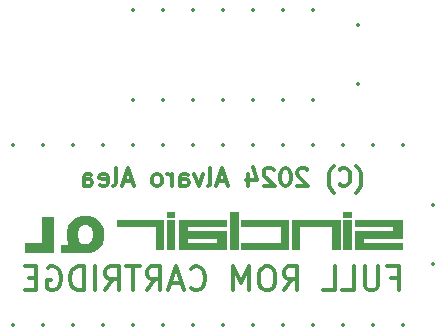
<source format=gbo>
%TF.GenerationSoftware,KiCad,Pcbnew,8.0.6+1*%
%TF.CreationDate,2024-12-12T19:08:46+01:00*%
%TF.ProjectId,full_rom,66756c6c-5f72-46f6-9d2e-6b696361645f,0*%
%TF.SameCoordinates,Original*%
%TF.FileFunction,Legend,Bot*%
%TF.FilePolarity,Positive*%
%FSLAX46Y46*%
G04 Gerber Fmt 4.6, Leading zero omitted, Abs format (unit mm)*
G04 Created by KiCad (PCBNEW 8.0.6+1) date 2024-12-12 19:08:46*
%MOMM*%
%LPD*%
G01*
G04 APERTURE LIST*
%ADD10C,0.100000*%
%ADD11C,0.300000*%
%ADD12C,0.350000*%
%ADD13C,0.350000*%
G04 APERTURE END LIST*
D10*
X16234611Y23108287D02*
X15612320Y23108287D01*
X15612320Y23549510D01*
X16234611Y23549510D01*
X16234611Y23108287D01*
G36*
X16234611Y23108287D02*
G01*
X15612320Y23108287D01*
X15612320Y23549510D01*
X16234611Y23549510D01*
X16234611Y23108287D01*
G37*
X31166262Y20364970D02*
X30542936Y20364970D01*
X30542936Y22836589D01*
X31166262Y22836589D01*
X31166262Y20364970D01*
G36*
X31166262Y20364970D02*
G01*
X30542936Y20364970D01*
X30542936Y22836589D01*
X31166262Y22836589D01*
X31166262Y20364970D01*
G37*
G36*
X6629400Y20777200D02*
G01*
X8737600Y20777200D01*
X8737600Y20066000D01*
X6629400Y20066000D01*
X6629400Y20777200D01*
G37*
X21589824Y20364970D02*
X20950004Y20364970D01*
X20950004Y23549541D01*
X21589824Y23549541D01*
X21589824Y20364970D01*
G36*
X21589824Y20364970D02*
G01*
X20950004Y20364970D01*
X20950004Y23549541D01*
X21589824Y23549541D01*
X21589824Y20364970D01*
G37*
X30275613Y20364970D02*
X29556911Y20364970D01*
X29556911Y22352000D01*
X26822333Y22352000D01*
X26822333Y20364970D01*
X26191276Y20364970D01*
X26191276Y22836589D01*
X30275613Y22836589D01*
X30275613Y20364970D01*
G36*
X30275613Y20364970D02*
G01*
X29556911Y20364970D01*
X29556911Y22352000D01*
X26822333Y22352000D01*
X26822333Y20364970D01*
X26191276Y20364970D01*
X26191276Y22836589D01*
X30275613Y22836589D01*
X30275613Y20364970D01*
G37*
X31166262Y23108287D02*
X30542936Y23108287D01*
X30542936Y23549510D01*
X31166262Y23549510D01*
X31166262Y23108287D01*
G36*
X31166262Y23108287D02*
G01*
X30542936Y23108287D01*
X30542936Y23549510D01*
X31166262Y23549510D01*
X31166262Y23108287D01*
G37*
X25844898Y20364970D02*
X21844019Y20365001D01*
X21843999Y20896617D01*
X25218398Y20896617D01*
X25218398Y22352000D01*
X21844000Y22352000D01*
X21844000Y22836589D01*
X25844898Y22836589D01*
X25844898Y20364970D01*
G36*
X25844898Y20364970D02*
G01*
X21844019Y20365001D01*
X21843999Y20896617D01*
X25218398Y20896617D01*
X25218398Y22352000D01*
X21844000Y22352000D01*
X21844000Y22836589D01*
X25844898Y22836589D01*
X25844898Y20364970D01*
G37*
X35474066Y21364146D02*
X34441457Y21344646D01*
X32221371Y21364146D01*
X32221371Y20896617D01*
X35474066Y20896617D01*
X35474066Y20365001D01*
X31486660Y20365001D01*
X31486660Y21890056D01*
X34763980Y21890056D01*
X34763980Y22352031D01*
X31486660Y22352031D01*
X31486660Y22836619D01*
X35474066Y22836619D01*
X35474066Y21364146D01*
G36*
X35474066Y21364146D02*
G01*
X34441457Y21344646D01*
X32221371Y21364146D01*
X32221371Y20896617D01*
X35474066Y20896617D01*
X35474066Y20365001D01*
X31486660Y20365001D01*
X31486660Y21890056D01*
X34763980Y21890056D01*
X34763980Y22352031D01*
X31486660Y22352031D01*
X31486660Y22836619D01*
X35474066Y22836619D01*
X35474066Y21364146D01*
G37*
X20590652Y22352000D02*
X17277607Y22352000D01*
X17277607Y21890025D01*
X20590652Y21890025D01*
X20596052Y21238750D01*
X20590652Y20364970D01*
X17277607Y20364970D01*
X16594482Y20364970D01*
X16594482Y20896617D01*
X17277607Y20896617D01*
X19836891Y20896617D01*
X19836891Y21364116D01*
X17277607Y21364116D01*
X17277607Y20896617D01*
X16594482Y20896617D01*
X16594482Y22836589D01*
X20590652Y22836589D01*
X20590652Y22352000D01*
G36*
X20590652Y22352000D02*
G01*
X17277607Y22352000D01*
X17277607Y21890025D01*
X20590652Y21890025D01*
X20596052Y21238750D01*
X20590652Y20364970D01*
X17277607Y20364970D01*
X16594482Y20364970D01*
X16594482Y20896617D01*
X17277607Y20896617D01*
X19836891Y20896617D01*
X19836891Y21364116D01*
X17277607Y21364116D01*
X17277607Y20896617D01*
X16594482Y20896617D01*
X16594482Y22836589D01*
X20590652Y22836589D01*
X20590652Y22352000D01*
G37*
X16234611Y20364970D02*
X15612320Y20364970D01*
X15612320Y22836589D01*
X16234611Y22836589D01*
X16234611Y20364970D01*
G36*
X16234611Y20364970D02*
G01*
X15612320Y20364970D01*
X15612320Y22836589D01*
X16234611Y22836589D01*
X16234611Y20364970D01*
G37*
X15305553Y20364970D02*
X14674497Y20364970D01*
X14674497Y22352000D01*
X11380750Y22352000D01*
X11380750Y22836589D01*
X15305555Y22836589D01*
X15305553Y20364970D01*
G36*
X15305553Y20364970D02*
G01*
X14674497Y20364970D01*
X14674497Y22352000D01*
X11380750Y22352000D01*
X11380750Y22836589D01*
X15305555Y22836589D01*
X15305553Y20364970D01*
G37*
D11*
X31641426Y25166243D02*
X31712855Y25237672D01*
X31712855Y25237672D02*
X31855712Y25451958D01*
X31855712Y25451958D02*
X31927141Y25594815D01*
X31927141Y25594815D02*
X31998569Y25809100D01*
X31998569Y25809100D02*
X32069998Y26166243D01*
X32069998Y26166243D02*
X32069998Y26451958D01*
X32069998Y26451958D02*
X31998569Y26809100D01*
X31998569Y26809100D02*
X31927141Y27023386D01*
X31927141Y27023386D02*
X31855712Y27166243D01*
X31855712Y27166243D02*
X31712855Y27380529D01*
X31712855Y27380529D02*
X31641426Y27451958D01*
X30212855Y25880529D02*
X30284283Y25809100D01*
X30284283Y25809100D02*
X30498569Y25737672D01*
X30498569Y25737672D02*
X30641426Y25737672D01*
X30641426Y25737672D02*
X30855712Y25809100D01*
X30855712Y25809100D02*
X30998569Y25951958D01*
X30998569Y25951958D02*
X31069998Y26094815D01*
X31069998Y26094815D02*
X31141426Y26380529D01*
X31141426Y26380529D02*
X31141426Y26594815D01*
X31141426Y26594815D02*
X31069998Y26880529D01*
X31069998Y26880529D02*
X30998569Y27023386D01*
X30998569Y27023386D02*
X30855712Y27166243D01*
X30855712Y27166243D02*
X30641426Y27237672D01*
X30641426Y27237672D02*
X30498569Y27237672D01*
X30498569Y27237672D02*
X30284283Y27166243D01*
X30284283Y27166243D02*
X30212855Y27094815D01*
X29712855Y25166243D02*
X29641426Y25237672D01*
X29641426Y25237672D02*
X29498569Y25451958D01*
X29498569Y25451958D02*
X29427141Y25594815D01*
X29427141Y25594815D02*
X29355712Y25809100D01*
X29355712Y25809100D02*
X29284283Y26166243D01*
X29284283Y26166243D02*
X29284283Y26451958D01*
X29284283Y26451958D02*
X29355712Y26809100D01*
X29355712Y26809100D02*
X29427141Y27023386D01*
X29427141Y27023386D02*
X29498569Y27166243D01*
X29498569Y27166243D02*
X29641426Y27380529D01*
X29641426Y27380529D02*
X29712855Y27451958D01*
X27498569Y27094815D02*
X27427141Y27166243D01*
X27427141Y27166243D02*
X27284284Y27237672D01*
X27284284Y27237672D02*
X26927141Y27237672D01*
X26927141Y27237672D02*
X26784284Y27166243D01*
X26784284Y27166243D02*
X26712855Y27094815D01*
X26712855Y27094815D02*
X26641426Y26951958D01*
X26641426Y26951958D02*
X26641426Y26809100D01*
X26641426Y26809100D02*
X26712855Y26594815D01*
X26712855Y26594815D02*
X27569998Y25737672D01*
X27569998Y25737672D02*
X26641426Y25737672D01*
X25712855Y27237672D02*
X25569998Y27237672D01*
X25569998Y27237672D02*
X25427141Y27166243D01*
X25427141Y27166243D02*
X25355713Y27094815D01*
X25355713Y27094815D02*
X25284284Y26951958D01*
X25284284Y26951958D02*
X25212855Y26666243D01*
X25212855Y26666243D02*
X25212855Y26309100D01*
X25212855Y26309100D02*
X25284284Y26023386D01*
X25284284Y26023386D02*
X25355713Y25880529D01*
X25355713Y25880529D02*
X25427141Y25809100D01*
X25427141Y25809100D02*
X25569998Y25737672D01*
X25569998Y25737672D02*
X25712855Y25737672D01*
X25712855Y25737672D02*
X25855713Y25809100D01*
X25855713Y25809100D02*
X25927141Y25880529D01*
X25927141Y25880529D02*
X25998570Y26023386D01*
X25998570Y26023386D02*
X26069998Y26309100D01*
X26069998Y26309100D02*
X26069998Y26666243D01*
X26069998Y26666243D02*
X25998570Y26951958D01*
X25998570Y26951958D02*
X25927141Y27094815D01*
X25927141Y27094815D02*
X25855713Y27166243D01*
X25855713Y27166243D02*
X25712855Y27237672D01*
X24641427Y27094815D02*
X24569999Y27166243D01*
X24569999Y27166243D02*
X24427142Y27237672D01*
X24427142Y27237672D02*
X24069999Y27237672D01*
X24069999Y27237672D02*
X23927142Y27166243D01*
X23927142Y27166243D02*
X23855713Y27094815D01*
X23855713Y27094815D02*
X23784284Y26951958D01*
X23784284Y26951958D02*
X23784284Y26809100D01*
X23784284Y26809100D02*
X23855713Y26594815D01*
X23855713Y26594815D02*
X24712856Y25737672D01*
X24712856Y25737672D02*
X23784284Y25737672D01*
X22498571Y26737672D02*
X22498571Y25737672D01*
X22855713Y27309100D02*
X23212856Y26237672D01*
X23212856Y26237672D02*
X22284285Y26237672D01*
X20641428Y26166243D02*
X19927143Y26166243D01*
X20784285Y25737672D02*
X20284285Y27237672D01*
X20284285Y27237672D02*
X19784285Y25737672D01*
X19070000Y25737672D02*
X19212857Y25809100D01*
X19212857Y25809100D02*
X19284286Y25951958D01*
X19284286Y25951958D02*
X19284286Y27237672D01*
X18641429Y26737672D02*
X18284286Y25737672D01*
X18284286Y25737672D02*
X17927143Y26737672D01*
X16712858Y25737672D02*
X16712858Y26523386D01*
X16712858Y26523386D02*
X16784286Y26666243D01*
X16784286Y26666243D02*
X16927143Y26737672D01*
X16927143Y26737672D02*
X17212858Y26737672D01*
X17212858Y26737672D02*
X17355715Y26666243D01*
X16712858Y25809100D02*
X16855715Y25737672D01*
X16855715Y25737672D02*
X17212858Y25737672D01*
X17212858Y25737672D02*
X17355715Y25809100D01*
X17355715Y25809100D02*
X17427143Y25951958D01*
X17427143Y25951958D02*
X17427143Y26094815D01*
X17427143Y26094815D02*
X17355715Y26237672D01*
X17355715Y26237672D02*
X17212858Y26309100D01*
X17212858Y26309100D02*
X16855715Y26309100D01*
X16855715Y26309100D02*
X16712858Y26380529D01*
X15998572Y25737672D02*
X15998572Y26737672D01*
X15998572Y26451958D02*
X15927143Y26594815D01*
X15927143Y26594815D02*
X15855715Y26666243D01*
X15855715Y26666243D02*
X15712857Y26737672D01*
X15712857Y26737672D02*
X15570000Y26737672D01*
X14855715Y25737672D02*
X14998572Y25809100D01*
X14998572Y25809100D02*
X15070001Y25880529D01*
X15070001Y25880529D02*
X15141429Y26023386D01*
X15141429Y26023386D02*
X15141429Y26451958D01*
X15141429Y26451958D02*
X15070001Y26594815D01*
X15070001Y26594815D02*
X14998572Y26666243D01*
X14998572Y26666243D02*
X14855715Y26737672D01*
X14855715Y26737672D02*
X14641429Y26737672D01*
X14641429Y26737672D02*
X14498572Y26666243D01*
X14498572Y26666243D02*
X14427144Y26594815D01*
X14427144Y26594815D02*
X14355715Y26451958D01*
X14355715Y26451958D02*
X14355715Y26023386D01*
X14355715Y26023386D02*
X14427144Y25880529D01*
X14427144Y25880529D02*
X14498572Y25809100D01*
X14498572Y25809100D02*
X14641429Y25737672D01*
X14641429Y25737672D02*
X14855715Y25737672D01*
X12641429Y26166243D02*
X11927144Y26166243D01*
X12784286Y25737672D02*
X12284286Y27237672D01*
X12284286Y27237672D02*
X11784286Y25737672D01*
X11070001Y25737672D02*
X11212858Y25809100D01*
X11212858Y25809100D02*
X11284287Y25951958D01*
X11284287Y25951958D02*
X11284287Y27237672D01*
X9927144Y25809100D02*
X10070001Y25737672D01*
X10070001Y25737672D02*
X10355716Y25737672D01*
X10355716Y25737672D02*
X10498573Y25809100D01*
X10498573Y25809100D02*
X10570001Y25951958D01*
X10570001Y25951958D02*
X10570001Y26523386D01*
X10570001Y26523386D02*
X10498573Y26666243D01*
X10498573Y26666243D02*
X10355716Y26737672D01*
X10355716Y26737672D02*
X10070001Y26737672D01*
X10070001Y26737672D02*
X9927144Y26666243D01*
X9927144Y26666243D02*
X9855716Y26523386D01*
X9855716Y26523386D02*
X9855716Y26380529D01*
X9855716Y26380529D02*
X10570001Y26237672D01*
X8570002Y25737672D02*
X8570002Y26523386D01*
X8570002Y26523386D02*
X8641430Y26666243D01*
X8641430Y26666243D02*
X8784287Y26737672D01*
X8784287Y26737672D02*
X9070002Y26737672D01*
X9070002Y26737672D02*
X9212859Y26666243D01*
X8570002Y25809100D02*
X8712859Y25737672D01*
X8712859Y25737672D02*
X9070002Y25737672D01*
X9070002Y25737672D02*
X9212859Y25809100D01*
X9212859Y25809100D02*
X9284287Y25951958D01*
X9284287Y25951958D02*
X9284287Y26094815D01*
X9284287Y26094815D02*
X9212859Y26237672D01*
X9212859Y26237672D02*
X9070002Y26309100D01*
X9070002Y26309100D02*
X8712859Y26309100D01*
X8712859Y26309100D02*
X8570002Y26380529D01*
D12*
G36*
X8891690Y23179554D02*
G01*
X9062702Y23160080D01*
X9223524Y23127622D01*
X9374157Y23082182D01*
X9514601Y23023758D01*
X9644855Y22952351D01*
X9764919Y22867962D01*
X9874794Y22770589D01*
X9949695Y22689818D01*
X10058159Y22542435D01*
X10130196Y22413040D01*
X10189134Y22273432D01*
X10234976Y22123612D01*
X10267720Y21963580D01*
X10287366Y21793335D01*
X10293915Y21612878D01*
X10290617Y21482818D01*
X10277222Y21327972D01*
X10253523Y21181713D01*
X10211483Y21017536D01*
X10154605Y20865724D01*
X10082889Y20726276D01*
X10013566Y20620102D01*
X9922066Y20504972D01*
X9803857Y20387584D01*
X9673305Y20288428D01*
X9530411Y20207504D01*
X9442484Y20169208D01*
X9300289Y20121337D01*
X9145729Y20084955D01*
X8978804Y20060063D01*
X8830255Y20048095D01*
X8673119Y20044106D01*
X8579235Y20045774D01*
X8429258Y20055967D01*
X8260006Y20080430D01*
X8102449Y20118237D01*
X7956588Y20169388D01*
X7822421Y20233883D01*
X7739222Y20283868D01*
X7605801Y20382694D01*
X7487876Y20495965D01*
X7385450Y20623681D01*
X7298520Y20765843D01*
X7255930Y20854160D01*
X7202693Y20997712D01*
X7162233Y21154556D01*
X7134549Y21324692D01*
X7121240Y21476626D01*
X7116804Y21637790D01*
X7117081Y21653178D01*
X8097194Y21653178D01*
X8097816Y21593271D01*
X8107132Y21427772D01*
X8132131Y21261647D01*
X8179335Y21107339D01*
X8256197Y20979067D01*
X8287031Y20946069D01*
X8406558Y20859515D01*
X8551844Y20809026D01*
X8704626Y20794420D01*
X8739339Y20795158D01*
X8899166Y20821004D01*
X9036094Y20883773D01*
X9150125Y20983464D01*
X9169912Y21008076D01*
X9243154Y21143129D01*
X9286557Y21296556D01*
X9307779Y21456575D01*
X9313524Y21612878D01*
X9312880Y21667475D01*
X9303220Y21819278D01*
X9277299Y21973657D01*
X9228355Y22120123D01*
X9148660Y22246688D01*
X9127637Y22269580D01*
X9010071Y22361887D01*
X8871754Y22417271D01*
X8712686Y22435732D01*
X8677613Y22435005D01*
X8516155Y22409560D01*
X8377881Y22347764D01*
X8262791Y22249619D01*
X8252603Y22237768D01*
X8175465Y22111402D01*
X8128891Y21969299D01*
X8105119Y21821967D01*
X8097194Y21653178D01*
X7117081Y21653178D01*
X7118427Y21728025D01*
X7131410Y21900903D01*
X7157376Y22063660D01*
X7196325Y22216297D01*
X7248257Y22358813D01*
X7313172Y22491207D01*
X7412573Y22642469D01*
X7532261Y22777916D01*
X7613087Y22850853D01*
X7761422Y22956473D01*
X7892351Y23026620D01*
X8034180Y23084013D01*
X8186908Y23128653D01*
X8350535Y23160538D01*
X8525062Y23179669D01*
X8710488Y23186046D01*
X8891690Y23179554D01*
G37*
G36*
X6017899Y23139151D02*
G01*
X5037508Y23139151D01*
X5037508Y20888209D01*
X3580844Y20888209D01*
X3580844Y20091000D01*
X6017899Y20091000D01*
X6017899Y23139151D01*
G37*
X34551638Y17971381D02*
X35218305Y17971381D01*
X35218305Y16923762D02*
X35218305Y18923762D01*
X35218305Y18923762D02*
X34265924Y18923762D01*
X33504019Y18923762D02*
X33504019Y17304715D01*
X33504019Y17304715D02*
X33408781Y17114239D01*
X33408781Y17114239D02*
X33313543Y17019000D01*
X33313543Y17019000D02*
X33123067Y16923762D01*
X33123067Y16923762D02*
X32742114Y16923762D01*
X32742114Y16923762D02*
X32551638Y17019000D01*
X32551638Y17019000D02*
X32456400Y17114239D01*
X32456400Y17114239D02*
X32361162Y17304715D01*
X32361162Y17304715D02*
X32361162Y18923762D01*
X30456400Y16923762D02*
X31408781Y16923762D01*
X31408781Y16923762D02*
X31408781Y18923762D01*
X28837352Y16923762D02*
X29789733Y16923762D01*
X29789733Y16923762D02*
X29789733Y18923762D01*
X25504018Y16923762D02*
X26170685Y17876143D01*
X26646875Y16923762D02*
X26646875Y18923762D01*
X26646875Y18923762D02*
X25884970Y18923762D01*
X25884970Y18923762D02*
X25694494Y18828524D01*
X25694494Y18828524D02*
X25599256Y18733286D01*
X25599256Y18733286D02*
X25504018Y18542810D01*
X25504018Y18542810D02*
X25504018Y18257096D01*
X25504018Y18257096D02*
X25599256Y18066620D01*
X25599256Y18066620D02*
X25694494Y17971381D01*
X25694494Y17971381D02*
X25884970Y17876143D01*
X25884970Y17876143D02*
X26646875Y17876143D01*
X24265923Y18923762D02*
X23884970Y18923762D01*
X23884970Y18923762D02*
X23694494Y18828524D01*
X23694494Y18828524D02*
X23504018Y18638048D01*
X23504018Y18638048D02*
X23408780Y18257096D01*
X23408780Y18257096D02*
X23408780Y17590429D01*
X23408780Y17590429D02*
X23504018Y17209477D01*
X23504018Y17209477D02*
X23694494Y17019000D01*
X23694494Y17019000D02*
X23884970Y16923762D01*
X23884970Y16923762D02*
X24265923Y16923762D01*
X24265923Y16923762D02*
X24456399Y17019000D01*
X24456399Y17019000D02*
X24646875Y17209477D01*
X24646875Y17209477D02*
X24742113Y17590429D01*
X24742113Y17590429D02*
X24742113Y18257096D01*
X24742113Y18257096D02*
X24646875Y18638048D01*
X24646875Y18638048D02*
X24456399Y18828524D01*
X24456399Y18828524D02*
X24265923Y18923762D01*
X22551637Y16923762D02*
X22551637Y18923762D01*
X22551637Y18923762D02*
X21884970Y17495191D01*
X21884970Y17495191D02*
X21218304Y18923762D01*
X21218304Y18923762D02*
X21218304Y16923762D01*
X17599256Y17114239D02*
X17694494Y17019000D01*
X17694494Y17019000D02*
X17980208Y16923762D01*
X17980208Y16923762D02*
X18170684Y16923762D01*
X18170684Y16923762D02*
X18456399Y17019000D01*
X18456399Y17019000D02*
X18646875Y17209477D01*
X18646875Y17209477D02*
X18742113Y17399953D01*
X18742113Y17399953D02*
X18837351Y17780905D01*
X18837351Y17780905D02*
X18837351Y18066620D01*
X18837351Y18066620D02*
X18742113Y18447572D01*
X18742113Y18447572D02*
X18646875Y18638048D01*
X18646875Y18638048D02*
X18456399Y18828524D01*
X18456399Y18828524D02*
X18170684Y18923762D01*
X18170684Y18923762D02*
X17980208Y18923762D01*
X17980208Y18923762D02*
X17694494Y18828524D01*
X17694494Y18828524D02*
X17599256Y18733286D01*
X16837351Y17495191D02*
X15884970Y17495191D01*
X17027827Y16923762D02*
X16361161Y18923762D01*
X16361161Y18923762D02*
X15694494Y16923762D01*
X13884970Y16923762D02*
X14551637Y17876143D01*
X15027827Y16923762D02*
X15027827Y18923762D01*
X15027827Y18923762D02*
X14265922Y18923762D01*
X14265922Y18923762D02*
X14075446Y18828524D01*
X14075446Y18828524D02*
X13980208Y18733286D01*
X13980208Y18733286D02*
X13884970Y18542810D01*
X13884970Y18542810D02*
X13884970Y18257096D01*
X13884970Y18257096D02*
X13980208Y18066620D01*
X13980208Y18066620D02*
X14075446Y17971381D01*
X14075446Y17971381D02*
X14265922Y17876143D01*
X14265922Y17876143D02*
X15027827Y17876143D01*
X13313541Y18923762D02*
X12170684Y18923762D01*
X12742113Y16923762D02*
X12742113Y18923762D01*
X10361160Y16923762D02*
X11027827Y17876143D01*
X11504017Y16923762D02*
X11504017Y18923762D01*
X11504017Y18923762D02*
X10742112Y18923762D01*
X10742112Y18923762D02*
X10551636Y18828524D01*
X10551636Y18828524D02*
X10456398Y18733286D01*
X10456398Y18733286D02*
X10361160Y18542810D01*
X10361160Y18542810D02*
X10361160Y18257096D01*
X10361160Y18257096D02*
X10456398Y18066620D01*
X10456398Y18066620D02*
X10551636Y17971381D01*
X10551636Y17971381D02*
X10742112Y17876143D01*
X10742112Y17876143D02*
X11504017Y17876143D01*
X9504017Y16923762D02*
X9504017Y18923762D01*
X8551636Y16923762D02*
X8551636Y18923762D01*
X8551636Y18923762D02*
X8075446Y18923762D01*
X8075446Y18923762D02*
X7789731Y18828524D01*
X7789731Y18828524D02*
X7599255Y18638048D01*
X7599255Y18638048D02*
X7504017Y18447572D01*
X7504017Y18447572D02*
X7408779Y18066620D01*
X7408779Y18066620D02*
X7408779Y17780905D01*
X7408779Y17780905D02*
X7504017Y17399953D01*
X7504017Y17399953D02*
X7599255Y17209477D01*
X7599255Y17209477D02*
X7789731Y17019000D01*
X7789731Y17019000D02*
X8075446Y16923762D01*
X8075446Y16923762D02*
X8551636Y16923762D01*
X5504017Y18828524D02*
X5694493Y18923762D01*
X5694493Y18923762D02*
X5980207Y18923762D01*
X5980207Y18923762D02*
X6265922Y18828524D01*
X6265922Y18828524D02*
X6456398Y18638048D01*
X6456398Y18638048D02*
X6551636Y18447572D01*
X6551636Y18447572D02*
X6646874Y18066620D01*
X6646874Y18066620D02*
X6646874Y17780905D01*
X6646874Y17780905D02*
X6551636Y17399953D01*
X6551636Y17399953D02*
X6456398Y17209477D01*
X6456398Y17209477D02*
X6265922Y17019000D01*
X6265922Y17019000D02*
X5980207Y16923762D01*
X5980207Y16923762D02*
X5789731Y16923762D01*
X5789731Y16923762D02*
X5504017Y17019000D01*
X5504017Y17019000D02*
X5408779Y17114239D01*
X5408779Y17114239D02*
X5408779Y17780905D01*
X5408779Y17780905D02*
X5789731Y17780905D01*
X4551636Y17971381D02*
X3884969Y17971381D01*
X3599255Y16923762D02*
X4551636Y16923762D01*
X4551636Y16923762D02*
X4551636Y18923762D01*
X4551636Y18923762D02*
X3599255Y18923762D01*
D13*
X35560000Y29210000D03*
X33020000Y29210000D03*
X30480000Y29210000D03*
X27940000Y29210000D03*
X25400000Y29210000D03*
X22860000Y29210000D03*
X20320000Y29210000D03*
X17780000Y29210000D03*
X15240000Y29210000D03*
X12700000Y29210000D03*
X10160000Y29210000D03*
X7620000Y29210000D03*
X5080000Y29210000D03*
X2540000Y29210000D03*
X2540000Y13970000D03*
X5080000Y13970000D03*
X7620000Y13970000D03*
X10160000Y13970000D03*
X12700000Y13970000D03*
X15240000Y13970000D03*
X17780000Y13970000D03*
X20320000Y13970000D03*
X22860000Y13970000D03*
X25400000Y13970000D03*
X27940000Y13970000D03*
X30480000Y13970000D03*
X33020000Y13970000D03*
X35560000Y13970000D03*
X31750000Y34350000D03*
X31750000Y39350000D03*
X38100000Y19090000D03*
X38100000Y24090000D03*
X27940000Y40620000D03*
X25400000Y40620000D03*
X22860000Y40620000D03*
X20320000Y40620000D03*
X17780000Y40620000D03*
X15240000Y40620000D03*
X12700000Y40620000D03*
X12700000Y33000000D03*
X15240000Y33000000D03*
X17780000Y33000000D03*
X20320000Y33000000D03*
X22860000Y33000000D03*
X25400000Y33000000D03*
X27940000Y33000000D03*
M02*

</source>
